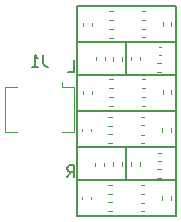
<source format=gbr>
%TF.GenerationSoftware,KiCad,Pcbnew,(7.0.0)*%
%TF.CreationDate,2023-05-27T11:23:17+01:00*%
%TF.ProjectId,FF_Filter_PCB,46465f46-696c-4746-9572-5f5043422e6b,rev?*%
%TF.SameCoordinates,Original*%
%TF.FileFunction,Legend,Bot*%
%TF.FilePolarity,Positive*%
%FSLAX46Y46*%
G04 Gerber Fmt 4.6, Leading zero omitted, Abs format (unit mm)*
G04 Created by KiCad (PCBNEW (7.0.0)) date 2023-05-27 11:23:17*
%MOMM*%
%LPD*%
G01*
G04 APERTURE LIST*
%ADD10C,0.150000*%
%ADD11C,0.120000*%
G04 APERTURE END LIST*
D10*
X76278000Y-46120000D02*
X84660000Y-46120000D01*
X84660000Y-46120000D02*
X84660000Y-55010000D01*
X84660000Y-55010000D02*
X76278000Y-55010000D01*
X76278000Y-55010000D02*
X76278000Y-46120000D01*
X84660000Y-51962000D02*
X76278000Y-51962000D01*
X80469000Y-51962000D02*
X80469000Y-49168000D01*
X76278000Y-60852000D02*
X84660000Y-60852000D01*
X80469000Y-58058000D02*
X80469000Y-60852000D01*
X76278000Y-58058000D02*
X84660000Y-58058000D01*
X84660000Y-49168000D02*
X76278000Y-49168000D01*
X76278000Y-55010000D02*
X84660000Y-55010000D01*
X84660000Y-55010000D02*
X84660000Y-63900000D01*
X84660000Y-63900000D02*
X76278000Y-63900000D01*
X76278000Y-63900000D02*
X76278000Y-55010000D01*
X75468476Y-60634380D02*
X75801809Y-60158190D01*
X76039904Y-60634380D02*
X76039904Y-59634380D01*
X76039904Y-59634380D02*
X75658952Y-59634380D01*
X75658952Y-59634380D02*
X75563714Y-59682000D01*
X75563714Y-59682000D02*
X75516095Y-59729619D01*
X75516095Y-59729619D02*
X75468476Y-59824857D01*
X75468476Y-59824857D02*
X75468476Y-59967714D01*
X75468476Y-59967714D02*
X75516095Y-60062952D01*
X75516095Y-60062952D02*
X75563714Y-60110571D01*
X75563714Y-60110571D02*
X75658952Y-60158190D01*
X75658952Y-60158190D02*
X76039904Y-60158190D01*
X75563714Y-51744380D02*
X76039904Y-51744380D01*
X76039904Y-51744380D02*
X76039904Y-50744380D01*
%TO.C,J1*%
X73436071Y-50267380D02*
X73436071Y-50981666D01*
X73436071Y-50981666D02*
X73483690Y-51124523D01*
X73483690Y-51124523D02*
X73578928Y-51219761D01*
X73578928Y-51219761D02*
X73721785Y-51267380D01*
X73721785Y-51267380D02*
X73817023Y-51267380D01*
X72436071Y-51267380D02*
X73007499Y-51267380D01*
X72721785Y-51267380D02*
X72721785Y-50267380D01*
X72721785Y-50267380D02*
X72817023Y-50410238D01*
X72817023Y-50410238D02*
X72912261Y-50505476D01*
X72912261Y-50505476D02*
X73007499Y-50553095D01*
D11*
%TO.C,R18*%
X78988379Y-53821000D02*
X79323621Y-53821000D01*
X78988379Y-54581000D02*
X79323621Y-54581000D01*
%TO.C,C3*%
X81975835Y-57745000D02*
X81744165Y-57745000D01*
X81975835Y-57025000D02*
X81744165Y-57025000D01*
%TO.C,C6*%
X76750000Y-62518335D02*
X76750000Y-62286665D01*
X77470000Y-62518335D02*
X77470000Y-62286665D01*
%TO.C,R4*%
X80830000Y-59700121D02*
X80830000Y-59364879D01*
X81590000Y-59700121D02*
X81590000Y-59364879D01*
%TO.C,C12*%
X83200165Y-49588500D02*
X83431835Y-49588500D01*
X83200165Y-50308500D02*
X83431835Y-50308500D01*
%TO.C,C1*%
X81744165Y-55525000D02*
X81975835Y-55525000D01*
X81744165Y-56245000D02*
X81975835Y-56245000D01*
%TO.C,R5*%
X83377621Y-60662500D02*
X83042379Y-60662500D01*
X83377621Y-59902500D02*
X83042379Y-59902500D01*
%TO.C,C7*%
X81975835Y-63512500D02*
X81744165Y-63512500D01*
X81975835Y-62792500D02*
X81744165Y-62792500D01*
%TO.C,R14*%
X83423621Y-51711000D02*
X83088379Y-51711000D01*
X83423621Y-50951000D02*
X83088379Y-50951000D01*
%TO.C,C16*%
X77896000Y-50699335D02*
X77896000Y-50467665D01*
X78616000Y-50699335D02*
X78616000Y-50467665D01*
%TO.C,R16*%
X80136000Y-50415879D02*
X80136000Y-50751121D01*
X79376000Y-50415879D02*
X79376000Y-50751121D01*
%TO.C,R9*%
X78942379Y-62772500D02*
X79277621Y-62772500D01*
X78942379Y-63532500D02*
X79277621Y-63532500D01*
%TO.C,C10*%
X76796000Y-47799335D02*
X76796000Y-47567665D01*
X77516000Y-47799335D02*
X77516000Y-47567665D01*
%TO.C,R1*%
X79277621Y-56265000D02*
X78942379Y-56265000D01*
X79277621Y-55505000D02*
X78942379Y-55505000D01*
%TO.C,C11*%
X82021835Y-48793500D02*
X81790165Y-48793500D01*
X82021835Y-48073500D02*
X81790165Y-48073500D01*
%TO.C,C2*%
X76750000Y-56750835D02*
X76750000Y-56519165D01*
X77470000Y-56750835D02*
X77470000Y-56519165D01*
%TO.C,C8*%
X77850000Y-59650835D02*
X77850000Y-59419165D01*
X78570000Y-59650835D02*
X78570000Y-59419165D01*
%TO.C,R12*%
X78988379Y-48053500D02*
X79323621Y-48053500D01*
X78988379Y-48813500D02*
X79323621Y-48813500D01*
%TO.C,R17*%
X83526000Y-53618621D02*
X83526000Y-53283379D01*
X84286000Y-53618621D02*
X84286000Y-53283379D01*
%TO.C,C4*%
X83154165Y-58540000D02*
X83385835Y-58540000D01*
X83154165Y-59260000D02*
X83385835Y-59260000D01*
%TO.C,C15*%
X82021835Y-54561000D02*
X81790165Y-54561000D01*
X82021835Y-53841000D02*
X81790165Y-53841000D01*
%TO.C,R2*%
X83480000Y-56802621D02*
X83480000Y-56467379D01*
X84240000Y-56802621D02*
X84240000Y-56467379D01*
%TO.C,C14*%
X77516000Y-53335165D02*
X77516000Y-53566835D01*
X76796000Y-53335165D02*
X76796000Y-53566835D01*
%TO.C,R7*%
X80090000Y-59367379D02*
X80090000Y-59702621D01*
X79330000Y-59367379D02*
X79330000Y-59702621D01*
%TO.C,R11*%
X83526000Y-47851121D02*
X83526000Y-47515879D01*
X84286000Y-47851121D02*
X84286000Y-47515879D01*
%TO.C,R10*%
X79323621Y-47313500D02*
X78988379Y-47313500D01*
X79323621Y-46553500D02*
X78988379Y-46553500D01*
%TO.C,C13*%
X81790165Y-52341000D02*
X82021835Y-52341000D01*
X81790165Y-53061000D02*
X82021835Y-53061000D01*
%TO.C,R13*%
X80876000Y-50748621D02*
X80876000Y-50413379D01*
X81636000Y-50748621D02*
X81636000Y-50413379D01*
%TO.C,R8*%
X83480000Y-62570121D02*
X83480000Y-62234879D01*
X84240000Y-62570121D02*
X84240000Y-62234879D01*
%TO.C,R3*%
X78942379Y-57005000D02*
X79277621Y-57005000D01*
X78942379Y-57765000D02*
X79277621Y-57765000D01*
%TO.C,J1*%
X76012738Y-56810000D02*
X76012738Y-52990000D01*
X76012738Y-52990000D02*
X75012738Y-52990000D01*
X75012738Y-56810000D02*
X76012738Y-56810000D01*
X75012738Y-52990000D02*
X75012738Y-52566667D01*
X71192738Y-56810000D02*
X70192738Y-56810000D01*
X70192738Y-56810000D02*
X70192738Y-52990000D01*
X70192738Y-52990000D02*
X71192738Y-52990000D01*
%TO.C,C9*%
X81790165Y-46573500D02*
X82021835Y-46573500D01*
X81790165Y-47293500D02*
X82021835Y-47293500D01*
%TO.C,C5*%
X81744165Y-61292500D02*
X81975835Y-61292500D01*
X81744165Y-62012500D02*
X81975835Y-62012500D01*
%TO.C,R15*%
X79323621Y-53081000D02*
X78988379Y-53081000D01*
X79323621Y-52321000D02*
X78988379Y-52321000D01*
%TO.C,R6*%
X79277621Y-62032500D02*
X78942379Y-62032500D01*
X79277621Y-61272500D02*
X78942379Y-61272500D01*
%TD*%
M02*

</source>
